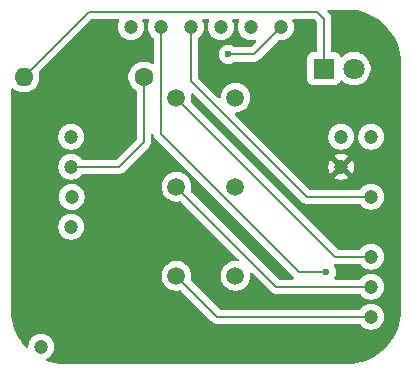
<source format=gbr>
%TF.GenerationSoftware,KiCad,Pcbnew,9.0.1*%
%TF.CreationDate,2025-06-15T21:57:09+03:00*%
%TF.ProjectId,mp3_player,6d70335f-706c-4617-9965-722e6b696361,rev?*%
%TF.SameCoordinates,Original*%
%TF.FileFunction,Copper,L2,Bot*%
%TF.FilePolarity,Positive*%
%FSLAX46Y46*%
G04 Gerber Fmt 4.6, Leading zero omitted, Abs format (unit mm)*
G04 Created by KiCad (PCBNEW 9.0.1) date 2025-06-15 21:57:09*
%MOMM*%
%LPD*%
G01*
G04 APERTURE LIST*
%TA.AperFunction,ComponentPad*%
%ADD10C,1.200000*%
%TD*%
%TA.AperFunction,ComponentPad*%
%ADD11C,1.508000*%
%TD*%
%TA.AperFunction,ComponentPad*%
%ADD12C,1.600000*%
%TD*%
%TA.AperFunction,ComponentPad*%
%ADD13O,1.600000X1.600000*%
%TD*%
%TA.AperFunction,ComponentPad*%
%ADD14R,1.800000X1.800000*%
%TD*%
%TA.AperFunction,ComponentPad*%
%ADD15C,1.800000*%
%TD*%
%TA.AperFunction,ViaPad*%
%ADD16C,0.600000*%
%TD*%
%TA.AperFunction,Conductor*%
%ADD17C,0.200000*%
%TD*%
G04 APERTURE END LIST*
D10*
%TO.P,U3,12,GND*%
%TO.N,GND*%
X61061694Y-43099532D03*
%TO.P,U3,11,GND*%
%TO.N,Net-(D1-A)*%
X35661694Y-58339532D03*
%TO.P,U3,10,Vcc*%
%TO.N,+5V*%
X61061694Y-40559532D03*
%TO.P,U3,9,3.3V*%
%TO.N,Net-(U1-Vcc)*%
X38201694Y-40559532D03*
%TO.P,U3,8,IO32*%
%TO.N,Net-(U3-IO32)*%
X63601694Y-50719532D03*
%TO.P,U3,7,IO27*%
%TO.N,Net-(U3-IO27)*%
X63601694Y-55799532D03*
%TO.P,U3,6,IO25*%
%TO.N,Net-(U3-IO25)*%
X63601694Y-53259532D03*
%TO.P,U3,5,IO4*%
%TO.N,Net-(U1-SS)*%
X63601694Y-45639532D03*
%TO.P,U3,4,IO2*%
%TO.N,Net-(U1-SCK)*%
X63601694Y-40559532D03*
%TO.P,U3,3,IO19*%
%TO.N,Net-(U1-MISO)*%
X38201694Y-48179532D03*
%TO.P,U3,2,IO23*%
%TO.N,Net-(U1-MOSI)*%
X38228604Y-45658652D03*
%TO.P,U3,1,IO5*%
%TO.N,Net-(U3-IO5)*%
X38201694Y-43099532D03*
%TD*%
D11*
%TO.P,SW2,1,1*%
%TO.N,Net-(U3-IO27)*%
X47100847Y-52349766D03*
%TO.P,SW2,2,2*%
%TO.N,Net-(D1-A)*%
X52100847Y-52349766D03*
%TD*%
%TO.P,SW3,1,1*%
%TO.N,Net-(U3-IO32)*%
X47100847Y-37249766D03*
%TO.P,SW3,2,2*%
%TO.N,Net-(D1-A)*%
X52100847Y-37249766D03*
%TD*%
D12*
%TO.P,R1,1*%
%TO.N,Net-(U3-IO5)*%
X44345847Y-35500914D03*
D13*
%TO.P,R1,2*%
%TO.N,Net-(D1-K)*%
X34185847Y-35500914D03*
%TD*%
D11*
%TO.P,SW1,1,1*%
%TO.N,Net-(U3-IO25)*%
X47100847Y-44799766D03*
%TO.P,SW1,2,2*%
%TO.N,Net-(D1-A)*%
X52100847Y-44799766D03*
%TD*%
D14*
%TO.P,D1,1,K*%
%TO.N,Net-(D1-K)*%
X59600847Y-34799766D03*
D15*
%TO.P,D1,2,A*%
%TO.N,Net-(D1-A)*%
X62140847Y-34799766D03*
%TD*%
D10*
%TO.P,U1,1,MISO*%
%TO.N,Net-(U1-MISO)*%
X43250847Y-31299766D03*
%TO.P,U1,2,SCK*%
%TO.N,Net-(U1-SCK)*%
X45790847Y-31299766D03*
%TO.P,U1,3,SS*%
%TO.N,Net-(U1-SS)*%
X48330847Y-31299766D03*
%TO.P,U1,4,MOSI*%
%TO.N,Net-(U1-MOSI)*%
X50870847Y-31299766D03*
%TO.P,U1,5,GND*%
%TO.N,Net-(D1-A)*%
X53410847Y-31299766D03*
%TO.P,U1,6,Vcc*%
%TO.N,Net-(U1-Vcc)*%
X55950847Y-31299766D03*
%TD*%
D16*
%TO.N,Net-(U1-Vcc)*%
X51500847Y-33599532D03*
%TO.N,Net-(U1-SCK)*%
X59811271Y-52019109D03*
%TD*%
D17*
%TO.N,Net-(U1-SCK)*%
X57455442Y-52019109D02*
X59811271Y-52019109D01*
X45790847Y-40354514D02*
X57455442Y-52019109D01*
X45790847Y-31299766D02*
X45790847Y-40354514D01*
%TO.N,Net-(U3-IO25)*%
X55560613Y-53259532D02*
X63601694Y-53259532D01*
X47100847Y-44799766D02*
X55560613Y-53259532D01*
%TO.N,Net-(U3-IO27)*%
X50550613Y-55799532D02*
X63601694Y-55799532D01*
X47100847Y-52349766D02*
X50550613Y-55799532D01*
%TO.N,Net-(U1-SS)*%
X63601694Y-45639532D02*
X58141694Y-45639532D01*
%TO.N,Net-(U1-Vcc)*%
X53651081Y-33599532D02*
X55950847Y-31299766D01*
X51500847Y-33599532D02*
X53651081Y-33599532D01*
%TO.N,Net-(U1-SS)*%
X58141694Y-45639532D02*
X48330847Y-35828685D01*
X48330847Y-35828685D02*
X48330847Y-31299766D01*
%TO.N,Net-(U3-IO5)*%
X38201694Y-43099532D02*
X42280848Y-43099532D01*
%TO.N,Net-(U3-IO32)*%
X47100847Y-37249766D02*
X47111271Y-37260190D01*
X47111271Y-37260190D02*
X47602352Y-37260190D01*
%TO.N,Net-(U3-IO5)*%
X44345847Y-41034533D02*
X44345847Y-35500914D01*
X42280848Y-43099532D02*
X44345847Y-41034533D01*
%TO.N,Net-(D1-K)*%
X59600847Y-30561295D02*
X59600847Y-34799766D01*
X59037318Y-29997766D02*
X59600847Y-30561295D01*
X39688995Y-29997766D02*
X59037318Y-29997766D01*
X34185847Y-35500914D02*
X39688995Y-29997766D01*
%TO.N,Net-(U3-IO32)*%
X47100847Y-37249766D02*
X60570613Y-50719532D01*
X60570613Y-50719532D02*
X63601694Y-50719532D01*
%TD*%
%TA.AperFunction,Conductor*%
%TO.N,GND*%
G36*
X61603549Y-29800383D02*
G01*
X61987621Y-29817152D01*
X61998353Y-29818092D01*
X62376823Y-29867918D01*
X62387442Y-29869790D01*
X62760133Y-29952413D01*
X62770559Y-29955207D01*
X63134612Y-30069992D01*
X63144759Y-30073685D01*
X63497427Y-30219765D01*
X63507218Y-30224331D01*
X63709254Y-30329504D01*
X63845791Y-30400581D01*
X63855158Y-30405988D01*
X63856747Y-30407001D01*
X64177094Y-30611083D01*
X64185951Y-30617285D01*
X64488779Y-30849653D01*
X64497054Y-30856596D01*
X64778498Y-31114491D01*
X64786141Y-31122135D01*
X65044007Y-31403547D01*
X65050961Y-31411834D01*
X65283333Y-31714667D01*
X65289537Y-31723528D01*
X65290486Y-31725017D01*
X65476306Y-32016696D01*
X65494622Y-32045445D01*
X65500027Y-32054807D01*
X65587984Y-32223770D01*
X65676282Y-32393388D01*
X65680854Y-32403192D01*
X65826928Y-32755845D01*
X65830628Y-32766011D01*
X65945406Y-33130041D01*
X65948206Y-33140489D01*
X66030825Y-33513156D01*
X66032703Y-33523809D01*
X66082525Y-33902238D01*
X66083468Y-33913015D01*
X66100229Y-34296902D01*
X66100347Y-34302311D01*
X66100347Y-55297059D01*
X66100229Y-55302468D01*
X66083461Y-55686518D01*
X66082518Y-55697294D01*
X66032697Y-56075725D01*
X66030819Y-56086379D01*
X65948202Y-56459040D01*
X65945402Y-56469488D01*
X65830623Y-56833522D01*
X65826923Y-56843688D01*
X65680850Y-57196339D01*
X65676278Y-57206143D01*
X65500031Y-57544709D01*
X65494623Y-57554077D01*
X65289533Y-57876006D01*
X65283328Y-57884868D01*
X65050959Y-58187696D01*
X65044006Y-58195982D01*
X64786127Y-58477409D01*
X64778477Y-58485058D01*
X64497065Y-58742924D01*
X64488778Y-58749878D01*
X64185945Y-58982249D01*
X64177084Y-58988453D01*
X63855167Y-59193538D01*
X63845799Y-59198947D01*
X63507224Y-59375198D01*
X63497420Y-59379770D01*
X63144768Y-59525843D01*
X63134602Y-59529543D01*
X62770569Y-59644322D01*
X62760120Y-59647122D01*
X62387458Y-59729739D01*
X62376805Y-59731617D01*
X61998375Y-59781438D01*
X61987599Y-59782381D01*
X61603573Y-59799148D01*
X61598164Y-59799266D01*
X37603553Y-59799266D01*
X37598144Y-59799148D01*
X37214096Y-59782380D01*
X37203320Y-59781437D01*
X36824890Y-59731615D01*
X36814237Y-59729737D01*
X36441583Y-59647122D01*
X36441575Y-59647120D01*
X36431132Y-59644322D01*
X36160421Y-59558966D01*
X36102405Y-59520034D01*
X36074646Y-59455915D01*
X36085960Y-59386967D01*
X36132753Y-59335081D01*
X36141416Y-59330221D01*
X36238480Y-59280765D01*
X36238479Y-59280765D01*
X36238482Y-59280764D01*
X36378622Y-59178946D01*
X36501108Y-59056460D01*
X36602926Y-58916320D01*
X36681567Y-58761977D01*
X36735096Y-58597233D01*
X36762194Y-58426143D01*
X36762194Y-58252921D01*
X36735096Y-58081831D01*
X36681567Y-57917087D01*
X36602926Y-57762744D01*
X36501108Y-57622604D01*
X36378622Y-57500118D01*
X36238482Y-57398300D01*
X36084139Y-57319659D01*
X35919395Y-57266130D01*
X35919393Y-57266129D01*
X35919392Y-57266129D01*
X35787965Y-57245313D01*
X35748305Y-57239032D01*
X35575083Y-57239032D01*
X35535422Y-57245313D01*
X35403996Y-57266129D01*
X35239246Y-57319660D01*
X35084905Y-57398300D01*
X35004950Y-57456391D01*
X34944766Y-57500118D01*
X34944764Y-57500120D01*
X34944763Y-57500120D01*
X34822282Y-57622601D01*
X34822282Y-57622602D01*
X34822280Y-57622604D01*
X34778553Y-57682788D01*
X34720462Y-57762743D01*
X34641822Y-57917084D01*
X34588291Y-58081834D01*
X34561194Y-58252921D01*
X34561194Y-58317460D01*
X34541509Y-58384499D01*
X34488705Y-58430254D01*
X34419547Y-58440198D01*
X34355991Y-58411173D01*
X34345772Y-58401233D01*
X34157694Y-58195982D01*
X34150740Y-58187695D01*
X33918375Y-57884870D01*
X33912170Y-57876009D01*
X33707076Y-57554075D01*
X33701668Y-57544707D01*
X33525416Y-57206132D01*
X33520850Y-57196339D01*
X33374769Y-56843667D01*
X33371083Y-56833539D01*
X33256295Y-56469476D01*
X33253502Y-56459056D01*
X33170877Y-56086356D01*
X33169006Y-56075741D01*
X33119180Y-55697273D01*
X33118240Y-55686537D01*
X33101464Y-55302300D01*
X33101347Y-55296907D01*
X33101347Y-52251029D01*
X45846347Y-52251029D01*
X45846347Y-52448502D01*
X45877236Y-52643529D01*
X45914313Y-52757638D01*
X45938256Y-52831327D01*
X46025135Y-53001834D01*
X46027905Y-53007270D01*
X46143962Y-53167012D01*
X46283600Y-53306650D01*
X46433081Y-53415252D01*
X46443346Y-53422710D01*
X46619286Y-53512357D01*
X46744484Y-53553036D01*
X46807083Y-53573376D01*
X47002111Y-53604266D01*
X47002116Y-53604266D01*
X47199583Y-53604266D01*
X47399422Y-53572614D01*
X47399699Y-53574366D01*
X47461848Y-53577462D01*
X47508719Y-53606873D01*
X50065752Y-56163906D01*
X50065762Y-56163917D01*
X50070092Y-56168247D01*
X50070093Y-56168248D01*
X50181897Y-56280052D01*
X50268708Y-56330171D01*
X50268710Y-56330173D01*
X50306764Y-56352143D01*
X50318828Y-56359109D01*
X50471556Y-56400033D01*
X50471559Y-56400033D01*
X50637266Y-56400033D01*
X50637282Y-56400032D01*
X62614509Y-56400032D01*
X62681548Y-56419717D01*
X62714825Y-56451144D01*
X62762280Y-56516460D01*
X62884766Y-56638946D01*
X63024906Y-56740764D01*
X63179249Y-56819405D01*
X63343993Y-56872934D01*
X63515083Y-56900032D01*
X63515084Y-56900032D01*
X63688304Y-56900032D01*
X63688305Y-56900032D01*
X63859395Y-56872934D01*
X64024139Y-56819405D01*
X64178482Y-56740764D01*
X64318622Y-56638946D01*
X64441108Y-56516460D01*
X64542926Y-56376320D01*
X64621567Y-56221977D01*
X64675096Y-56057233D01*
X64702194Y-55886143D01*
X64702194Y-55712921D01*
X64675096Y-55541831D01*
X64621567Y-55377087D01*
X64542926Y-55222744D01*
X64441108Y-55082604D01*
X64318622Y-54960118D01*
X64178482Y-54858300D01*
X64024139Y-54779659D01*
X63859395Y-54726130D01*
X63859393Y-54726129D01*
X63859392Y-54726129D01*
X63727965Y-54705313D01*
X63688305Y-54699032D01*
X63515083Y-54699032D01*
X63475422Y-54705313D01*
X63343996Y-54726129D01*
X63179246Y-54779660D01*
X63024905Y-54858300D01*
X62944950Y-54916391D01*
X62884766Y-54960118D01*
X62884764Y-54960120D01*
X62884763Y-54960120D01*
X62762282Y-55082601D01*
X62762282Y-55082602D01*
X62762280Y-55082604D01*
X62714827Y-55147918D01*
X62659497Y-55190583D01*
X62614509Y-55199032D01*
X50850710Y-55199032D01*
X50783671Y-55179347D01*
X50763029Y-55162713D01*
X48357954Y-52757638D01*
X48324469Y-52696315D01*
X48324985Y-52648545D01*
X48323695Y-52648341D01*
X48355347Y-52448502D01*
X48355347Y-52251029D01*
X48324457Y-52056002D01*
X48286851Y-51940264D01*
X48263438Y-51868205D01*
X48173791Y-51692265D01*
X48166333Y-51682000D01*
X48057731Y-51532519D01*
X47918093Y-51392881D01*
X47758351Y-51276824D01*
X47758350Y-51276823D01*
X47758348Y-51276822D01*
X47582408Y-51187175D01*
X47582405Y-51187174D01*
X47394610Y-51126155D01*
X47199583Y-51095266D01*
X47199578Y-51095266D01*
X47002116Y-51095266D01*
X47002111Y-51095266D01*
X46807083Y-51126155D01*
X46619288Y-51187174D01*
X46443342Y-51276824D01*
X46283600Y-51392881D01*
X46143962Y-51532519D01*
X46027905Y-51692261D01*
X45938255Y-51868207D01*
X45877236Y-52056002D01*
X45846347Y-52251029D01*
X33101347Y-52251029D01*
X33101347Y-48092921D01*
X37101194Y-48092921D01*
X37101194Y-48266143D01*
X37128292Y-48437233D01*
X37181821Y-48601977D01*
X37260462Y-48756320D01*
X37362280Y-48896460D01*
X37484766Y-49018946D01*
X37624906Y-49120764D01*
X37779249Y-49199405D01*
X37943993Y-49252934D01*
X38115083Y-49280032D01*
X38115084Y-49280032D01*
X38288304Y-49280032D01*
X38288305Y-49280032D01*
X38459395Y-49252934D01*
X38624139Y-49199405D01*
X38778482Y-49120764D01*
X38918622Y-49018946D01*
X39041108Y-48896460D01*
X39142926Y-48756320D01*
X39221567Y-48601977D01*
X39275096Y-48437233D01*
X39302194Y-48266143D01*
X39302194Y-48092921D01*
X39275096Y-47921831D01*
X39221567Y-47757087D01*
X39142926Y-47602744D01*
X39041108Y-47462604D01*
X38918622Y-47340118D01*
X38778482Y-47238300D01*
X38624139Y-47159659D01*
X38459395Y-47106130D01*
X38459393Y-47106129D01*
X38459392Y-47106129D01*
X38327965Y-47085313D01*
X38288305Y-47079032D01*
X38115083Y-47079032D01*
X38075422Y-47085313D01*
X37943996Y-47106129D01*
X37779246Y-47159660D01*
X37624905Y-47238300D01*
X37544950Y-47296391D01*
X37484766Y-47340118D01*
X37484764Y-47340120D01*
X37484763Y-47340120D01*
X37362282Y-47462601D01*
X37362282Y-47462602D01*
X37362280Y-47462604D01*
X37318553Y-47522788D01*
X37260462Y-47602743D01*
X37181822Y-47757084D01*
X37128291Y-47921834D01*
X37101194Y-48092921D01*
X33101347Y-48092921D01*
X33101347Y-45572041D01*
X37128104Y-45572041D01*
X37128104Y-45745262D01*
X37152173Y-45897233D01*
X37155202Y-45916353D01*
X37208731Y-46081097D01*
X37287372Y-46235440D01*
X37389190Y-46375580D01*
X37511676Y-46498066D01*
X37651816Y-46599884D01*
X37806159Y-46678525D01*
X37970903Y-46732054D01*
X38141993Y-46759152D01*
X38141994Y-46759152D01*
X38315214Y-46759152D01*
X38315215Y-46759152D01*
X38486305Y-46732054D01*
X38651049Y-46678525D01*
X38805392Y-46599884D01*
X38945532Y-46498066D01*
X39068018Y-46375580D01*
X39169836Y-46235440D01*
X39248477Y-46081097D01*
X39302006Y-45916353D01*
X39329104Y-45745263D01*
X39329104Y-45572041D01*
X39302006Y-45400951D01*
X39248477Y-45236207D01*
X39169836Y-45081864D01*
X39068018Y-44941724D01*
X38945532Y-44819238D01*
X38805392Y-44717420D01*
X38773234Y-44701035D01*
X38651051Y-44638780D01*
X38651050Y-44638779D01*
X38651049Y-44638779D01*
X38486305Y-44585250D01*
X38486303Y-44585249D01*
X38486302Y-44585249D01*
X38354875Y-44564433D01*
X38315215Y-44558152D01*
X38141993Y-44558152D01*
X38102332Y-44564433D01*
X37970906Y-44585249D01*
X37806156Y-44638780D01*
X37651815Y-44717420D01*
X37571860Y-44775511D01*
X37511676Y-44819238D01*
X37511674Y-44819240D01*
X37511673Y-44819240D01*
X37389192Y-44941721D01*
X37389192Y-44941722D01*
X37389190Y-44941724D01*
X37355628Y-44987918D01*
X37287372Y-45081863D01*
X37208732Y-45236204D01*
X37155201Y-45400954D01*
X37128104Y-45572041D01*
X33101347Y-45572041D01*
X33101347Y-40472921D01*
X37101194Y-40472921D01*
X37101194Y-40646142D01*
X37113403Y-40723231D01*
X37128292Y-40817233D01*
X37181821Y-40981977D01*
X37260462Y-41136320D01*
X37362280Y-41276460D01*
X37484766Y-41398946D01*
X37624906Y-41500764D01*
X37779249Y-41579405D01*
X37943993Y-41632934D01*
X38115083Y-41660032D01*
X38115084Y-41660032D01*
X38288304Y-41660032D01*
X38288305Y-41660032D01*
X38459395Y-41632934D01*
X38624139Y-41579405D01*
X38778482Y-41500764D01*
X38918622Y-41398946D01*
X39041108Y-41276460D01*
X39142926Y-41136320D01*
X39221567Y-40981977D01*
X39275096Y-40817233D01*
X39302194Y-40646143D01*
X39302194Y-40472921D01*
X39275096Y-40301831D01*
X39221567Y-40137087D01*
X39142926Y-39982744D01*
X39041108Y-39842604D01*
X38918622Y-39720118D01*
X38778482Y-39618300D01*
X38624139Y-39539659D01*
X38459395Y-39486130D01*
X38459393Y-39486129D01*
X38459392Y-39486129D01*
X38327965Y-39465313D01*
X38288305Y-39459032D01*
X38115083Y-39459032D01*
X38075422Y-39465313D01*
X37943996Y-39486129D01*
X37779246Y-39539660D01*
X37624905Y-39618300D01*
X37544950Y-39676391D01*
X37484766Y-39720118D01*
X37484764Y-39720120D01*
X37484763Y-39720120D01*
X37362282Y-39842601D01*
X37362282Y-39842602D01*
X37362280Y-39842604D01*
X37318553Y-39902788D01*
X37260462Y-39982743D01*
X37181822Y-40137084D01*
X37128291Y-40301834D01*
X37101194Y-40472921D01*
X33101347Y-40472921D01*
X33101347Y-36554961D01*
X33121032Y-36487922D01*
X33173836Y-36442167D01*
X33242994Y-36432223D01*
X33306550Y-36461248D01*
X33313028Y-36467280D01*
X33338633Y-36492885D01*
X33475415Y-36592261D01*
X33504237Y-36613201D01*
X33585346Y-36654528D01*
X33686623Y-36706132D01*
X33686625Y-36706132D01*
X33686628Y-36706134D01*
X33761665Y-36730515D01*
X33881312Y-36769391D01*
X33982404Y-36785402D01*
X34083495Y-36801414D01*
X34083496Y-36801414D01*
X34288198Y-36801414D01*
X34288199Y-36801414D01*
X34490381Y-36769391D01*
X34685066Y-36706134D01*
X34867457Y-36613201D01*
X35030348Y-36494855D01*
X35033060Y-36492885D01*
X35033062Y-36492882D01*
X35033066Y-36492880D01*
X35177813Y-36348133D01*
X35177815Y-36348129D01*
X35177818Y-36348127D01*
X35230579Y-36275504D01*
X35298134Y-36182524D01*
X35391067Y-36000133D01*
X35454324Y-35805448D01*
X35486347Y-35603266D01*
X35486347Y-35398562D01*
X35454324Y-35196380D01*
X35449672Y-35182065D01*
X35447679Y-35112226D01*
X35479922Y-35056072D01*
X39901412Y-30634585D01*
X39962735Y-30601100D01*
X39989093Y-30598266D01*
X42170809Y-30598266D01*
X42237848Y-30617951D01*
X42283603Y-30670755D01*
X42293547Y-30739913D01*
X42281294Y-30778560D01*
X42230976Y-30877315D01*
X42177444Y-31042068D01*
X42164763Y-31122135D01*
X42150347Y-31213155D01*
X42150347Y-31386377D01*
X42158524Y-31438005D01*
X42177444Y-31557463D01*
X42177444Y-31557465D01*
X42177445Y-31557467D01*
X42230974Y-31722211D01*
X42309615Y-31876554D01*
X42411433Y-32016694D01*
X42533919Y-32139180D01*
X42674059Y-32240998D01*
X42828402Y-32319639D01*
X42993146Y-32373168D01*
X43164236Y-32400266D01*
X43164237Y-32400266D01*
X43337457Y-32400266D01*
X43337458Y-32400266D01*
X43508548Y-32373168D01*
X43673292Y-32319639D01*
X43827635Y-32240998D01*
X43967775Y-32139180D01*
X44090261Y-32016694D01*
X44192079Y-31876554D01*
X44270720Y-31722211D01*
X44324249Y-31557467D01*
X44351347Y-31386377D01*
X44351347Y-31213155D01*
X44324249Y-31042065D01*
X44270720Y-30877321D01*
X44258303Y-30852951D01*
X44220400Y-30778560D01*
X44207504Y-30709891D01*
X44233781Y-30645151D01*
X44290887Y-30604894D01*
X44330885Y-30598266D01*
X44710809Y-30598266D01*
X44777848Y-30617951D01*
X44823603Y-30670755D01*
X44833547Y-30739913D01*
X44821294Y-30778560D01*
X44770976Y-30877315D01*
X44717444Y-31042068D01*
X44704763Y-31122135D01*
X44690347Y-31213155D01*
X44690347Y-31386377D01*
X44698524Y-31438005D01*
X44717444Y-31557463D01*
X44717444Y-31557465D01*
X44717445Y-31557467D01*
X44770974Y-31722211D01*
X44849615Y-31876554D01*
X44951433Y-32016694D01*
X45073919Y-32139180D01*
X45139235Y-32186634D01*
X45181898Y-32241961D01*
X45190347Y-32286950D01*
X45190347Y-34269273D01*
X45170662Y-34336312D01*
X45117858Y-34382067D01*
X45048700Y-34392011D01*
X45010052Y-34379758D01*
X44845070Y-34295696D01*
X44845069Y-34295695D01*
X44845066Y-34295694D01*
X44763751Y-34269273D01*
X44650381Y-34232436D01*
X44475842Y-34204792D01*
X44448199Y-34200414D01*
X44243495Y-34200414D01*
X44219176Y-34204265D01*
X44041312Y-34232436D01*
X43846623Y-34295695D01*
X43664233Y-34388629D01*
X43498633Y-34508942D01*
X43353875Y-34653700D01*
X43233562Y-34819300D01*
X43140628Y-35001690D01*
X43077369Y-35196379D01*
X43045347Y-35398562D01*
X43045347Y-35603265D01*
X43077369Y-35805448D01*
X43140628Y-36000137D01*
X43190528Y-36098070D01*
X43225028Y-36165780D01*
X43233562Y-36182527D01*
X43353875Y-36348127D01*
X43353881Y-36348133D01*
X43498628Y-36492880D01*
X43664237Y-36613201D01*
X43677640Y-36620030D01*
X43728436Y-36668002D01*
X43745347Y-36730515D01*
X43745347Y-40734435D01*
X43725662Y-40801474D01*
X43709028Y-40822116D01*
X42068432Y-42462713D01*
X42007109Y-42496198D01*
X41980751Y-42499032D01*
X39188879Y-42499032D01*
X39121840Y-42479347D01*
X39088561Y-42447918D01*
X39041108Y-42382604D01*
X38918622Y-42260118D01*
X38778482Y-42158300D01*
X38624139Y-42079659D01*
X38459395Y-42026130D01*
X38459393Y-42026129D01*
X38459392Y-42026129D01*
X38327965Y-42005313D01*
X38288305Y-41999032D01*
X38115083Y-41999032D01*
X38075422Y-42005313D01*
X37943996Y-42026129D01*
X37779246Y-42079660D01*
X37624905Y-42158300D01*
X37544950Y-42216391D01*
X37484766Y-42260118D01*
X37484764Y-42260120D01*
X37484763Y-42260120D01*
X37362282Y-42382601D01*
X37362282Y-42382602D01*
X37362280Y-42382604D01*
X37318553Y-42442788D01*
X37260462Y-42522743D01*
X37181822Y-42677084D01*
X37128291Y-42841834D01*
X37126376Y-42853926D01*
X37101194Y-43012921D01*
X37101194Y-43186143D01*
X37128292Y-43357233D01*
X37181821Y-43521977D01*
X37260462Y-43676320D01*
X37362280Y-43816460D01*
X37484766Y-43938946D01*
X37624906Y-44040764D01*
X37779249Y-44119405D01*
X37943993Y-44172934D01*
X38115083Y-44200032D01*
X38115084Y-44200032D01*
X38288304Y-44200032D01*
X38288305Y-44200032D01*
X38459395Y-44172934D01*
X38624139Y-44119405D01*
X38778482Y-44040764D01*
X38918622Y-43938946D01*
X39041108Y-43816460D01*
X39088562Y-43751145D01*
X39143891Y-43708481D01*
X39188879Y-43700032D01*
X42194179Y-43700032D01*
X42194195Y-43700033D01*
X42201791Y-43700033D01*
X42359902Y-43700033D01*
X42359905Y-43700033D01*
X42512633Y-43659109D01*
X42562752Y-43630171D01*
X42649564Y-43580052D01*
X42761368Y-43468248D01*
X42761368Y-43468246D01*
X42771576Y-43458039D01*
X42771577Y-43458036D01*
X44826367Y-41403249D01*
X44905424Y-41266317D01*
X44946348Y-41113590D01*
X44946348Y-40955475D01*
X44946348Y-40947880D01*
X44946347Y-40947862D01*
X44946347Y-40464826D01*
X44950445Y-40450868D01*
X44949663Y-40436340D01*
X44960092Y-40418013D01*
X44966032Y-40397787D01*
X44977024Y-40388261D01*
X44984222Y-40375615D01*
X45002904Y-40365836D01*
X45018836Y-40352032D01*
X45033235Y-40349961D01*
X45046125Y-40343215D01*
X45067124Y-40345088D01*
X45087994Y-40342088D01*
X45101228Y-40348132D01*
X45115718Y-40349425D01*
X45132369Y-40362353D01*
X45151550Y-40371113D01*
X45160421Y-40384133D01*
X45170906Y-40392274D01*
X45182271Y-40416203D01*
X45187273Y-40423544D01*
X45190346Y-40432247D01*
X45190346Y-40433571D01*
X45231270Y-40586299D01*
X45260207Y-40636418D01*
X45265929Y-40646329D01*
X45265931Y-40646334D01*
X45310326Y-40723228D01*
X45310328Y-40723231D01*
X45429196Y-40842099D01*
X45429202Y-40842104D01*
X56974920Y-52387822D01*
X56974922Y-52387825D01*
X57034450Y-52447353D01*
X57037735Y-52453369D01*
X57067933Y-52508673D01*
X57062949Y-52578365D01*
X57062947Y-52578366D01*
X57062948Y-52578366D01*
X57021077Y-52634300D01*
X56991180Y-52645450D01*
X56955614Y-52658716D01*
X56946767Y-52659032D01*
X55860710Y-52659032D01*
X55793671Y-52639347D01*
X55773029Y-52622713D01*
X48357954Y-45207638D01*
X48324469Y-45146315D01*
X48324985Y-45098545D01*
X48323695Y-45098341D01*
X48355347Y-44898502D01*
X48355347Y-44701029D01*
X48324457Y-44506002D01*
X48298975Y-44427577D01*
X48263438Y-44318205D01*
X48173791Y-44142265D01*
X48156845Y-44118940D01*
X48057731Y-43982519D01*
X47918093Y-43842881D01*
X47758351Y-43726824D01*
X47758350Y-43726823D01*
X47758348Y-43726822D01*
X47582408Y-43637175D01*
X47560852Y-43630171D01*
X47394610Y-43576155D01*
X47199583Y-43545266D01*
X47199578Y-43545266D01*
X47002116Y-43545266D01*
X47002111Y-43545266D01*
X46807083Y-43576155D01*
X46619288Y-43637174D01*
X46443342Y-43726824D01*
X46283600Y-43842881D01*
X46143962Y-43982519D01*
X46027905Y-44142261D01*
X45938255Y-44318207D01*
X45877236Y-44506002D01*
X45846347Y-44701029D01*
X45846347Y-44898502D01*
X45877236Y-45093529D01*
X45938255Y-45281324D01*
X45938256Y-45281327D01*
X45999210Y-45400954D01*
X46027905Y-45457270D01*
X46143962Y-45617012D01*
X46283600Y-45756650D01*
X46433081Y-45865252D01*
X46443346Y-45872710D01*
X46619286Y-45962357D01*
X46736737Y-46000519D01*
X46807083Y-46023376D01*
X47002111Y-46054266D01*
X47002116Y-46054266D01*
X47199583Y-46054266D01*
X47399422Y-46022614D01*
X47399699Y-46024366D01*
X47461848Y-46027462D01*
X47508719Y-46056873D01*
X52342659Y-50890813D01*
X52376144Y-50952136D01*
X52371160Y-51021828D01*
X52329288Y-51077761D01*
X52263824Y-51102178D01*
X52235581Y-51100967D01*
X52199585Y-51095266D01*
X52199578Y-51095266D01*
X52002116Y-51095266D01*
X52002111Y-51095266D01*
X51807083Y-51126155D01*
X51619288Y-51187174D01*
X51443342Y-51276824D01*
X51283600Y-51392881D01*
X51143962Y-51532519D01*
X51027905Y-51692261D01*
X50938255Y-51868207D01*
X50877236Y-52056002D01*
X50846347Y-52251029D01*
X50846347Y-52448502D01*
X50877236Y-52643529D01*
X50914313Y-52757638D01*
X50938256Y-52831327D01*
X51025135Y-53001834D01*
X51027905Y-53007270D01*
X51143962Y-53167012D01*
X51283600Y-53306650D01*
X51433081Y-53415252D01*
X51443346Y-53422710D01*
X51619286Y-53512357D01*
X51744484Y-53553036D01*
X51807083Y-53573376D01*
X52002111Y-53604266D01*
X52002116Y-53604266D01*
X52199583Y-53604266D01*
X52394610Y-53573376D01*
X52396955Y-53572614D01*
X52582408Y-53512357D01*
X52758348Y-53422710D01*
X52863736Y-53346142D01*
X52918093Y-53306650D01*
X52918095Y-53306647D01*
X52918099Y-53306645D01*
X53057726Y-53167018D01*
X53057728Y-53167014D01*
X53057731Y-53167012D01*
X53108626Y-53096958D01*
X53173791Y-53007267D01*
X53263438Y-52831327D01*
X53324457Y-52643529D01*
X53328246Y-52619609D01*
X53355347Y-52448502D01*
X53355347Y-52251031D01*
X53349645Y-52215033D01*
X53358599Y-52145740D01*
X53403594Y-52092287D01*
X53470346Y-52071647D01*
X53537660Y-52090371D01*
X53559799Y-52107953D01*
X55075752Y-53623906D01*
X55075762Y-53623917D01*
X55080092Y-53628247D01*
X55080093Y-53628248D01*
X55191897Y-53740052D01*
X55278708Y-53790171D01*
X55278710Y-53790173D01*
X55316764Y-53812143D01*
X55328828Y-53819109D01*
X55481556Y-53860033D01*
X55481559Y-53860033D01*
X55647266Y-53860033D01*
X55647282Y-53860032D01*
X62614509Y-53860032D01*
X62681548Y-53879717D01*
X62714825Y-53911144D01*
X62762280Y-53976460D01*
X62884766Y-54098946D01*
X63024906Y-54200764D01*
X63179249Y-54279405D01*
X63343993Y-54332934D01*
X63515083Y-54360032D01*
X63515084Y-54360032D01*
X63688304Y-54360032D01*
X63688305Y-54360032D01*
X63859395Y-54332934D01*
X64024139Y-54279405D01*
X64178482Y-54200764D01*
X64318622Y-54098946D01*
X64441108Y-53976460D01*
X64542926Y-53836320D01*
X64621567Y-53681977D01*
X64675096Y-53517233D01*
X64702194Y-53346143D01*
X64702194Y-53172921D01*
X64675096Y-53001831D01*
X64621567Y-52837087D01*
X64542926Y-52682744D01*
X64441108Y-52542604D01*
X64318622Y-52420118D01*
X64178482Y-52318300D01*
X64024139Y-52239659D01*
X63859395Y-52186130D01*
X63859393Y-52186129D01*
X63859392Y-52186129D01*
X63727965Y-52165313D01*
X63688305Y-52159032D01*
X63515083Y-52159032D01*
X63475422Y-52165313D01*
X63343996Y-52186129D01*
X63179246Y-52239660D01*
X63024905Y-52318300D01*
X62944950Y-52376391D01*
X62884766Y-52420118D01*
X62884764Y-52420120D01*
X62884763Y-52420120D01*
X62762282Y-52542601D01*
X62762282Y-52542602D01*
X62762280Y-52542604D01*
X62714827Y-52607918D01*
X62659497Y-52650583D01*
X62614509Y-52659032D01*
X60578430Y-52659032D01*
X60511391Y-52639347D01*
X60465636Y-52586543D01*
X60455692Y-52517385D01*
X60475328Y-52466142D01*
X60520658Y-52398299D01*
X60520659Y-52398295D01*
X60520665Y-52398288D01*
X60581008Y-52252606D01*
X60611771Y-52097951D01*
X60611771Y-51940267D01*
X60611771Y-51940264D01*
X60611770Y-51940262D01*
X60597437Y-51868205D01*
X60581008Y-51785612D01*
X60529295Y-51660764D01*
X60520668Y-51639936D01*
X60520661Y-51639923D01*
X60435803Y-51512924D01*
X60432766Y-51503225D01*
X60426111Y-51495545D01*
X60422501Y-51470444D01*
X60414925Y-51446246D01*
X60417613Y-51436446D01*
X60416167Y-51426387D01*
X60426701Y-51403318D01*
X60433410Y-51378866D01*
X60440969Y-51372075D01*
X60445191Y-51362831D01*
X60466523Y-51349120D01*
X60485388Y-51332176D01*
X60496984Y-51329544D01*
X60503969Y-51325056D01*
X60538902Y-51320033D01*
X60538904Y-51320033D01*
X60649671Y-51320033D01*
X60649674Y-51320032D01*
X60657282Y-51320032D01*
X62614509Y-51320032D01*
X62681548Y-51339717D01*
X62714825Y-51371144D01*
X62762280Y-51436460D01*
X62884766Y-51558946D01*
X63024906Y-51660764D01*
X63179249Y-51739405D01*
X63343993Y-51792934D01*
X63515083Y-51820032D01*
X63515084Y-51820032D01*
X63688304Y-51820032D01*
X63688305Y-51820032D01*
X63859395Y-51792934D01*
X64024139Y-51739405D01*
X64178482Y-51660764D01*
X64318622Y-51558946D01*
X64441108Y-51436460D01*
X64542926Y-51296320D01*
X64621567Y-51141977D01*
X64675096Y-50977233D01*
X64702194Y-50806143D01*
X64702194Y-50632921D01*
X64675096Y-50461831D01*
X64621567Y-50297087D01*
X64542926Y-50142744D01*
X64441108Y-50002604D01*
X64318622Y-49880118D01*
X64178482Y-49778300D01*
X64024139Y-49699659D01*
X63859395Y-49646130D01*
X63859393Y-49646129D01*
X63859392Y-49646129D01*
X63727965Y-49625313D01*
X63688305Y-49619032D01*
X63515083Y-49619032D01*
X63475422Y-49625313D01*
X63343996Y-49646129D01*
X63179246Y-49699660D01*
X63024905Y-49778300D01*
X62944950Y-49836391D01*
X62884766Y-49880118D01*
X62884764Y-49880120D01*
X62884763Y-49880120D01*
X62762282Y-50002601D01*
X62762282Y-50002602D01*
X62762280Y-50002604D01*
X62714827Y-50067918D01*
X62659497Y-50110583D01*
X62614509Y-50119032D01*
X60870711Y-50119032D01*
X60803672Y-50099347D01*
X60783030Y-50082713D01*
X48357954Y-37657637D01*
X48324469Y-37596314D01*
X48324987Y-37548545D01*
X48323695Y-37548341D01*
X48355347Y-37348502D01*
X48355347Y-37151030D01*
X48330622Y-36994929D01*
X48339576Y-36925635D01*
X48384572Y-36872183D01*
X48451324Y-36851543D01*
X48518637Y-36870268D01*
X48540776Y-36887849D01*
X57656833Y-46003906D01*
X57656843Y-46003917D01*
X57661173Y-46008247D01*
X57661174Y-46008248D01*
X57772978Y-46120052D01*
X57859789Y-46170171D01*
X57859791Y-46170173D01*
X57889745Y-46187467D01*
X57909909Y-46199109D01*
X58062637Y-46240033D01*
X58062640Y-46240033D01*
X58228347Y-46240033D01*
X58228363Y-46240032D01*
X62614509Y-46240032D01*
X62681548Y-46259717D01*
X62714825Y-46291144D01*
X62762280Y-46356460D01*
X62884766Y-46478946D01*
X63024906Y-46580764D01*
X63179249Y-46659405D01*
X63343993Y-46712934D01*
X63515083Y-46740032D01*
X63515084Y-46740032D01*
X63688304Y-46740032D01*
X63688305Y-46740032D01*
X63859395Y-46712934D01*
X64024139Y-46659405D01*
X64178482Y-46580764D01*
X64318622Y-46478946D01*
X64441108Y-46356460D01*
X64542926Y-46216320D01*
X64621567Y-46061977D01*
X64675096Y-45897233D01*
X64702194Y-45726143D01*
X64702194Y-45552921D01*
X64675096Y-45381831D01*
X64621567Y-45217087D01*
X64542926Y-45062744D01*
X64441108Y-44922604D01*
X64318622Y-44800118D01*
X64178482Y-44698300D01*
X64024139Y-44619659D01*
X63859395Y-44566130D01*
X63859393Y-44566129D01*
X63859392Y-44566129D01*
X63708856Y-44542287D01*
X63688305Y-44539032D01*
X63515083Y-44539032D01*
X63494532Y-44542287D01*
X63343996Y-44566129D01*
X63179246Y-44619660D01*
X63024905Y-44698300D01*
X62944950Y-44756391D01*
X62884766Y-44800118D01*
X62884764Y-44800120D01*
X62884763Y-44800120D01*
X62762282Y-44922601D01*
X62762282Y-44922602D01*
X62762280Y-44922604D01*
X62714827Y-44987918D01*
X62659497Y-45030583D01*
X62614509Y-45039032D01*
X58441791Y-45039032D01*
X58374752Y-45019347D01*
X58354110Y-45002713D01*
X56364357Y-43012960D01*
X59961694Y-43012960D01*
X59961694Y-43186103D01*
X59988779Y-43357116D01*
X60042286Y-43521791D01*
X60120890Y-43676057D01*
X60125403Y-43682268D01*
X60125403Y-43682269D01*
X60661694Y-43145978D01*
X60661694Y-43152193D01*
X60688953Y-43253926D01*
X60741614Y-43345138D01*
X60816088Y-43419612D01*
X60907300Y-43472273D01*
X61009033Y-43499532D01*
X61015247Y-43499532D01*
X60478955Y-44035821D01*
X60478956Y-44035822D01*
X60485165Y-44040333D01*
X60639436Y-44118940D01*
X60804109Y-44172446D01*
X60975123Y-44199532D01*
X61148265Y-44199532D01*
X61319278Y-44172446D01*
X61483951Y-44118940D01*
X61638219Y-44040335D01*
X61644430Y-44035821D01*
X61644431Y-44035821D01*
X61108142Y-43499532D01*
X61114355Y-43499532D01*
X61216088Y-43472273D01*
X61307300Y-43419612D01*
X61381774Y-43345138D01*
X61434435Y-43253926D01*
X61461694Y-43152193D01*
X61461694Y-43145980D01*
X61997983Y-43682269D01*
X61997983Y-43682268D01*
X62002497Y-43676057D01*
X62081102Y-43521789D01*
X62134608Y-43357116D01*
X62161694Y-43186103D01*
X62161694Y-43012960D01*
X62134608Y-42841947D01*
X62081102Y-42677274D01*
X62002495Y-42523003D01*
X61997984Y-42516794D01*
X61997983Y-42516793D01*
X61461694Y-43053083D01*
X61461694Y-43046871D01*
X61434435Y-42945138D01*
X61381774Y-42853926D01*
X61307300Y-42779452D01*
X61216088Y-42726791D01*
X61114355Y-42699532D01*
X61108141Y-42699532D01*
X61644431Y-42163241D01*
X61638219Y-42158728D01*
X61483953Y-42080124D01*
X61319278Y-42026617D01*
X61148265Y-41999532D01*
X60975123Y-41999532D01*
X60804109Y-42026617D01*
X60639434Y-42080124D01*
X60485174Y-42158725D01*
X60485157Y-42158735D01*
X60478955Y-42163240D01*
X60478955Y-42163241D01*
X61015248Y-42699532D01*
X61009033Y-42699532D01*
X60907300Y-42726791D01*
X60816088Y-42779452D01*
X60741614Y-42853926D01*
X60688953Y-42945138D01*
X60661694Y-43046871D01*
X60661694Y-43053084D01*
X60125403Y-42516793D01*
X60125402Y-42516793D01*
X60120897Y-42522995D01*
X60120887Y-42523012D01*
X60042286Y-42677272D01*
X59988779Y-42841947D01*
X59961694Y-43012960D01*
X56364357Y-43012960D01*
X53824318Y-40472921D01*
X59961194Y-40472921D01*
X59961194Y-40646142D01*
X59973403Y-40723231D01*
X59988292Y-40817233D01*
X60041821Y-40981977D01*
X60120462Y-41136320D01*
X60222280Y-41276460D01*
X60344766Y-41398946D01*
X60484906Y-41500764D01*
X60639249Y-41579405D01*
X60803993Y-41632934D01*
X60975083Y-41660032D01*
X60975084Y-41660032D01*
X61148304Y-41660032D01*
X61148305Y-41660032D01*
X61319395Y-41632934D01*
X61484139Y-41579405D01*
X61638482Y-41500764D01*
X61778622Y-41398946D01*
X61901108Y-41276460D01*
X62002926Y-41136320D01*
X62081567Y-40981977D01*
X62135096Y-40817233D01*
X62162194Y-40646143D01*
X62162194Y-40472921D01*
X62501194Y-40472921D01*
X62501194Y-40646142D01*
X62513403Y-40723231D01*
X62528292Y-40817233D01*
X62581821Y-40981977D01*
X62660462Y-41136320D01*
X62762280Y-41276460D01*
X62884766Y-41398946D01*
X63024906Y-41500764D01*
X63179249Y-41579405D01*
X63343993Y-41632934D01*
X63515083Y-41660032D01*
X63515084Y-41660032D01*
X63688304Y-41660032D01*
X63688305Y-41660032D01*
X63859395Y-41632934D01*
X64024139Y-41579405D01*
X64178482Y-41500764D01*
X64318622Y-41398946D01*
X64441108Y-41276460D01*
X64542926Y-41136320D01*
X64621567Y-40981977D01*
X64675096Y-40817233D01*
X64702194Y-40646143D01*
X64702194Y-40472921D01*
X64675096Y-40301831D01*
X64621567Y-40137087D01*
X64542926Y-39982744D01*
X64441108Y-39842604D01*
X64318622Y-39720118D01*
X64178482Y-39618300D01*
X64024139Y-39539659D01*
X63859395Y-39486130D01*
X63859393Y-39486129D01*
X63859392Y-39486129D01*
X63727965Y-39465313D01*
X63688305Y-39459032D01*
X63515083Y-39459032D01*
X63475422Y-39465313D01*
X63343996Y-39486129D01*
X63179246Y-39539660D01*
X63024905Y-39618300D01*
X62944950Y-39676391D01*
X62884766Y-39720118D01*
X62884764Y-39720120D01*
X62884763Y-39720120D01*
X62762282Y-39842601D01*
X62762282Y-39842602D01*
X62762280Y-39842604D01*
X62718553Y-39902788D01*
X62660462Y-39982743D01*
X62581822Y-40137084D01*
X62528291Y-40301834D01*
X62501194Y-40472921D01*
X62162194Y-40472921D01*
X62135096Y-40301831D01*
X62081567Y-40137087D01*
X62002926Y-39982744D01*
X61901108Y-39842604D01*
X61778622Y-39720118D01*
X61638482Y-39618300D01*
X61484139Y-39539659D01*
X61319395Y-39486130D01*
X61319393Y-39486129D01*
X61319392Y-39486129D01*
X61187965Y-39465313D01*
X61148305Y-39459032D01*
X60975083Y-39459032D01*
X60935422Y-39465313D01*
X60803996Y-39486129D01*
X60639246Y-39539660D01*
X60484905Y-39618300D01*
X60404950Y-39676391D01*
X60344766Y-39720118D01*
X60344764Y-39720120D01*
X60344763Y-39720120D01*
X60222282Y-39842601D01*
X60222282Y-39842602D01*
X60222280Y-39842604D01*
X60178553Y-39902788D01*
X60120462Y-39982743D01*
X60041822Y-40137084D01*
X59988291Y-40301834D01*
X59961194Y-40472921D01*
X53824318Y-40472921D01*
X52067344Y-38715947D01*
X52033859Y-38654624D01*
X52038843Y-38584932D01*
X52080715Y-38528999D01*
X52146179Y-38504582D01*
X52155025Y-38504266D01*
X52199583Y-38504266D01*
X52394610Y-38473376D01*
X52427781Y-38462598D01*
X52582408Y-38412357D01*
X52758348Y-38322710D01*
X52848039Y-38257545D01*
X52918093Y-38206650D01*
X52918095Y-38206647D01*
X52918099Y-38206645D01*
X53057726Y-38067018D01*
X53057728Y-38067014D01*
X53057731Y-38067012D01*
X53108626Y-37996958D01*
X53173791Y-37907267D01*
X53263438Y-37731327D01*
X53324457Y-37543529D01*
X53327786Y-37522511D01*
X53355347Y-37348502D01*
X53355347Y-37151029D01*
X53324457Y-36956002D01*
X53304117Y-36893403D01*
X53263438Y-36768205D01*
X53173791Y-36592265D01*
X53166333Y-36582000D01*
X53057731Y-36432519D01*
X52918093Y-36292881D01*
X52758351Y-36176824D01*
X52758350Y-36176823D01*
X52758348Y-36176822D01*
X52582408Y-36087175D01*
X52579915Y-36086365D01*
X52394610Y-36026155D01*
X52199583Y-35995266D01*
X52199578Y-35995266D01*
X52002116Y-35995266D01*
X52002111Y-35995266D01*
X51807083Y-36026155D01*
X51619288Y-36087174D01*
X51443342Y-36176824D01*
X51283600Y-36292881D01*
X51143962Y-36432519D01*
X51027905Y-36592261D01*
X50938255Y-36768207D01*
X50877236Y-36956002D01*
X50846347Y-37151029D01*
X50846347Y-37195588D01*
X50826662Y-37262627D01*
X50773858Y-37308382D01*
X50704700Y-37318326D01*
X50641144Y-37289301D01*
X50634666Y-37283269D01*
X48967666Y-35616269D01*
X48934181Y-35554946D01*
X48931347Y-35528588D01*
X48931347Y-32286950D01*
X48951032Y-32219911D01*
X48982456Y-32186636D01*
X49047775Y-32139180D01*
X49170261Y-32016694D01*
X49272079Y-31876554D01*
X49350720Y-31722211D01*
X49404249Y-31557467D01*
X49431347Y-31386377D01*
X49431347Y-31213155D01*
X49404249Y-31042065D01*
X49350720Y-30877321D01*
X49338303Y-30852951D01*
X49300400Y-30778560D01*
X49287504Y-30709891D01*
X49313781Y-30645151D01*
X49370887Y-30604894D01*
X49410885Y-30598266D01*
X49790809Y-30598266D01*
X49857848Y-30617951D01*
X49903603Y-30670755D01*
X49913547Y-30739913D01*
X49901294Y-30778560D01*
X49850976Y-30877315D01*
X49797444Y-31042068D01*
X49784763Y-31122135D01*
X49770347Y-31213155D01*
X49770347Y-31386377D01*
X49778524Y-31438005D01*
X49797444Y-31557463D01*
X49797444Y-31557465D01*
X49797445Y-31557467D01*
X49850974Y-31722211D01*
X49929615Y-31876554D01*
X50031433Y-32016694D01*
X50153919Y-32139180D01*
X50294059Y-32240998D01*
X50448402Y-32319639D01*
X50613146Y-32373168D01*
X50784236Y-32400266D01*
X50784237Y-32400266D01*
X50957457Y-32400266D01*
X50957458Y-32400266D01*
X51128548Y-32373168D01*
X51293292Y-32319639D01*
X51447635Y-32240998D01*
X51587775Y-32139180D01*
X51710261Y-32016694D01*
X51812079Y-31876554D01*
X51890720Y-31722211D01*
X51944249Y-31557467D01*
X51971347Y-31386377D01*
X51971347Y-31213155D01*
X51944249Y-31042065D01*
X51890720Y-30877321D01*
X51878303Y-30852951D01*
X51840400Y-30778560D01*
X51827504Y-30709891D01*
X51853781Y-30645151D01*
X51910887Y-30604894D01*
X51950885Y-30598266D01*
X52330809Y-30598266D01*
X52397848Y-30617951D01*
X52443603Y-30670755D01*
X52453547Y-30739913D01*
X52441294Y-30778560D01*
X52390976Y-30877315D01*
X52337444Y-31042068D01*
X52324763Y-31122135D01*
X52310347Y-31213155D01*
X52310347Y-31386377D01*
X52318524Y-31438005D01*
X52337444Y-31557463D01*
X52337444Y-31557465D01*
X52337445Y-31557467D01*
X52390974Y-31722211D01*
X52469615Y-31876554D01*
X52571433Y-32016694D01*
X52693919Y-32139180D01*
X52834059Y-32240998D01*
X52988402Y-32319639D01*
X53153146Y-32373168D01*
X53324236Y-32400266D01*
X53324237Y-32400266D01*
X53497457Y-32400266D01*
X53497458Y-32400266D01*
X53668548Y-32373168D01*
X53710102Y-32359665D01*
X53779940Y-32357670D01*
X53839773Y-32393750D01*
X53870602Y-32456451D01*
X53862638Y-32525865D01*
X53836099Y-32565278D01*
X53438665Y-32962713D01*
X53377342Y-32996198D01*
X53350984Y-32999032D01*
X52080613Y-32999032D01*
X52013574Y-32979347D01*
X52011722Y-32978134D01*
X51880032Y-32890141D01*
X51880019Y-32890134D01*
X51734348Y-32829796D01*
X51734336Y-32829793D01*
X51579692Y-32799032D01*
X51579689Y-32799032D01*
X51422005Y-32799032D01*
X51422002Y-32799032D01*
X51267357Y-32829793D01*
X51267345Y-32829796D01*
X51121674Y-32890134D01*
X51121661Y-32890141D01*
X50990558Y-32977742D01*
X50990554Y-32977745D01*
X50879060Y-33089239D01*
X50879057Y-33089243D01*
X50791456Y-33220346D01*
X50791449Y-33220359D01*
X50731111Y-33366030D01*
X50731108Y-33366042D01*
X50700347Y-33520685D01*
X50700347Y-33678378D01*
X50731108Y-33833021D01*
X50731111Y-33833033D01*
X50791449Y-33978704D01*
X50791456Y-33978717D01*
X50879057Y-34109820D01*
X50879060Y-34109824D01*
X50990554Y-34221318D01*
X50990558Y-34221321D01*
X51121661Y-34308922D01*
X51121674Y-34308929D01*
X51267345Y-34369267D01*
X51267350Y-34369269D01*
X51422000Y-34400031D01*
X51422003Y-34400032D01*
X51422005Y-34400032D01*
X51579691Y-34400032D01*
X51579692Y-34400031D01*
X51734344Y-34369269D01*
X51880026Y-34308926D01*
X51939371Y-34269273D01*
X52011722Y-34220930D01*
X52078400Y-34200052D01*
X52080613Y-34200032D01*
X53564412Y-34200032D01*
X53564428Y-34200033D01*
X53572024Y-34200033D01*
X53730135Y-34200033D01*
X53730138Y-34200033D01*
X53882866Y-34159109D01*
X53932985Y-34130171D01*
X54019797Y-34080052D01*
X54131601Y-33968248D01*
X54131601Y-33968246D01*
X54141809Y-33958039D01*
X54141811Y-33958036D01*
X55677420Y-32422426D01*
X55738741Y-32388943D01*
X55784493Y-32387636D01*
X55837562Y-32396041D01*
X55864233Y-32400266D01*
X55864236Y-32400266D01*
X56037457Y-32400266D01*
X56037458Y-32400266D01*
X56208548Y-32373168D01*
X56373292Y-32319639D01*
X56527635Y-32240998D01*
X56667775Y-32139180D01*
X56790261Y-32016694D01*
X56892079Y-31876554D01*
X56970720Y-31722211D01*
X57024249Y-31557467D01*
X57051347Y-31386377D01*
X57051347Y-31213155D01*
X57024249Y-31042065D01*
X56970720Y-30877321D01*
X56958303Y-30852951D01*
X56920400Y-30778560D01*
X56907504Y-30709891D01*
X56933781Y-30645151D01*
X56990887Y-30604894D01*
X57030885Y-30598266D01*
X58737221Y-30598266D01*
X58766661Y-30606910D01*
X58796648Y-30613434D01*
X58801663Y-30617188D01*
X58804260Y-30617951D01*
X58824902Y-30634585D01*
X58964028Y-30773711D01*
X58997513Y-30835034D01*
X59000347Y-30861392D01*
X59000347Y-33275266D01*
X58980662Y-33342305D01*
X58927858Y-33388060D01*
X58876348Y-33399266D01*
X58652977Y-33399266D01*
X58652970Y-33399267D01*
X58593363Y-33405674D01*
X58458518Y-33455968D01*
X58458511Y-33455972D01*
X58343302Y-33542218D01*
X58343299Y-33542221D01*
X58257053Y-33657430D01*
X58257049Y-33657437D01*
X58206755Y-33792283D01*
X58200348Y-33851882D01*
X58200347Y-33851901D01*
X58200347Y-35747636D01*
X58200348Y-35747642D01*
X58206755Y-35807249D01*
X58257049Y-35942094D01*
X58257053Y-35942101D01*
X58343299Y-36057310D01*
X58343302Y-36057313D01*
X58458511Y-36143559D01*
X58458518Y-36143563D01*
X58593364Y-36193857D01*
X58593363Y-36193857D01*
X58600291Y-36194601D01*
X58652974Y-36200266D01*
X60548719Y-36200265D01*
X60608330Y-36193857D01*
X60743178Y-36143562D01*
X60858393Y-36057312D01*
X60944643Y-35942097D01*
X60972276Y-35868009D01*
X60974448Y-35862186D01*
X61016318Y-35806252D01*
X61081783Y-35781834D01*
X61150056Y-35796685D01*
X61178311Y-35817837D01*
X61228483Y-35868009D01*
X61228488Y-35868013D01*
X61283171Y-35907742D01*
X61406825Y-35997581D01*
X61530250Y-36060470D01*
X61603240Y-36097661D01*
X61603243Y-36097662D01*
X61685373Y-36124347D01*
X61812896Y-36165781D01*
X62030625Y-36200266D01*
X62030626Y-36200266D01*
X62251068Y-36200266D01*
X62251069Y-36200266D01*
X62468798Y-36165781D01*
X62678453Y-36097661D01*
X62874869Y-35997581D01*
X63053212Y-35868008D01*
X63209089Y-35712131D01*
X63338662Y-35533788D01*
X63438742Y-35337372D01*
X63506862Y-35127717D01*
X63541347Y-34909988D01*
X63541347Y-34689544D01*
X63506862Y-34471815D01*
X63450961Y-34299766D01*
X63438743Y-34262162D01*
X63438742Y-34262159D01*
X63371491Y-34130174D01*
X63338662Y-34065744D01*
X63275424Y-33978704D01*
X63209094Y-33887407D01*
X63209090Y-33887402D01*
X63053210Y-33731522D01*
X63053205Y-33731518D01*
X62874872Y-33601953D01*
X62874871Y-33601952D01*
X62874869Y-33601951D01*
X62757638Y-33542218D01*
X62678453Y-33501870D01*
X62678450Y-33501869D01*
X62468799Y-33433751D01*
X62359933Y-33416508D01*
X62251069Y-33399266D01*
X62030625Y-33399266D01*
X61958048Y-33410761D01*
X61812894Y-33433751D01*
X61603243Y-33501869D01*
X61603240Y-33501870D01*
X61406821Y-33601953D01*
X61228488Y-33731518D01*
X61228483Y-33731522D01*
X61178310Y-33781695D01*
X61116987Y-33815179D01*
X61047295Y-33810194D01*
X60991362Y-33768323D01*
X60974448Y-33737346D01*
X60944644Y-33657437D01*
X60944640Y-33657430D01*
X60858394Y-33542221D01*
X60858391Y-33542218D01*
X60743182Y-33455972D01*
X60743175Y-33455968D01*
X60608329Y-33405674D01*
X60608330Y-33405674D01*
X60548730Y-33399267D01*
X60548728Y-33399266D01*
X60548720Y-33399266D01*
X60548712Y-33399266D01*
X60325347Y-33399266D01*
X60258308Y-33379581D01*
X60212553Y-33326777D01*
X60201347Y-33275266D01*
X60201347Y-30482240D01*
X60201347Y-30482238D01*
X60160424Y-30329511D01*
X60160420Y-30329504D01*
X60081371Y-30192585D01*
X60081368Y-30192581D01*
X60081367Y-30192579D01*
X59969563Y-30080775D01*
X59969562Y-30080774D01*
X59965232Y-30076444D01*
X59965221Y-30076434D01*
X59900734Y-30011947D01*
X59867249Y-29950624D01*
X59872233Y-29880932D01*
X59914105Y-29824999D01*
X59979569Y-29800582D01*
X59988415Y-29800266D01*
X61534955Y-29800266D01*
X61598141Y-29800266D01*
X61603549Y-29800383D01*
G37*
%TD.AperFunction*%
%TD*%
M02*

</source>
